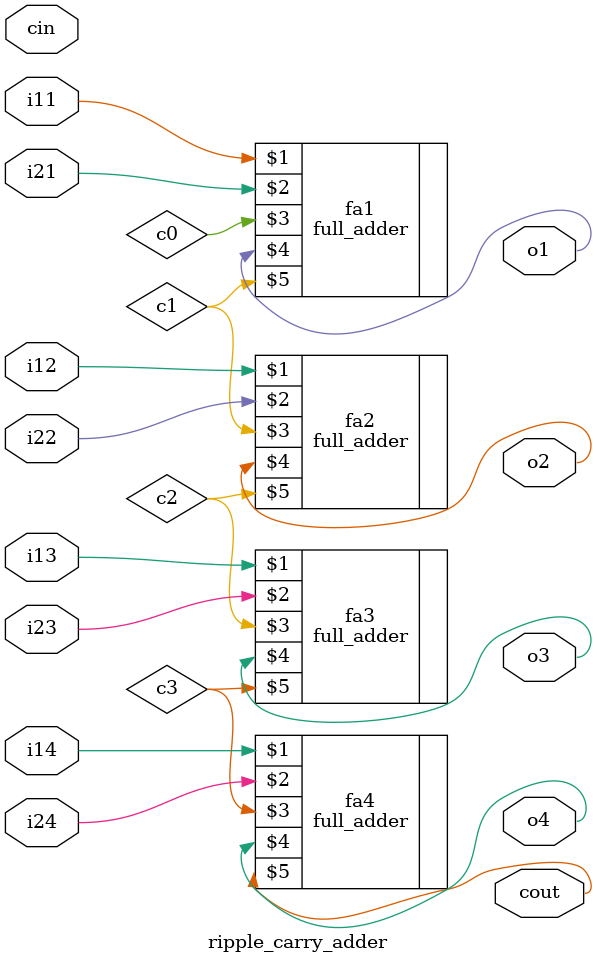
<source format=v>
module ripple_carry_adder(i11, i12, i13, i14, i21, i22, i23, i24, cin, o1, o2, o3, o4, cout);
input i11, i12, i13, i14, i21, i22, i23, i24, cin;
wire c1, c2, c3;
output o1, o2, o3, o4, cout;

full_adder fa1(i11, i21, c0, o1, c1);
full_adder fa2(i12, i22, c1, o2, c2);
full_adder fa3(i13, i23, c2, o3, c3);
full_adder fa4(i14, i24, c3, o4, cout);

endmodule
</source>
